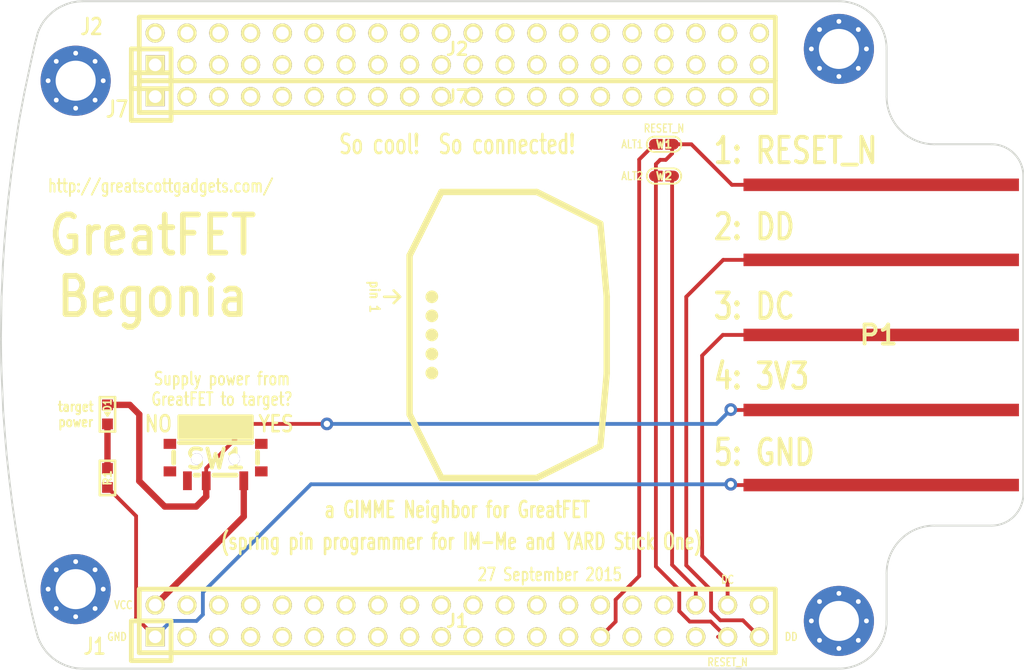
<source format=kicad_pcb>
(kicad_pcb (version 20221018) (generator pcbnew)
  (layers (0 "F.Cu" signal) (31 "B.Cu" signal) (34 "B.Paste" user) (35 "F.Paste" user) (36 "B.SilkS" user "B.Silkscreen") (37 "F.SilkS" user "F.Silkscreen") (38 "B.Mask" user) (39 "F.Mask" user) (44 "Edge.Cuts" user))
  (net 0 "")
  (net 1 "GND")
  (net 2 "VCC")
  (net 3 "Net-(D1-Pad1)")
  (net 4 "+3V3")
  (net 5 "/RESET_N")
  (net 6 "/DC")
  (net 7 "/DD")
  (net 8 "Net-(J1-Pad3)")
  (net 9 "Net-(J1-Pad4)")
  (net 10 "Net-(J1-Pad5)")
  (net 11 "Net-(J1-Pad6)")
  (net 12 "Net-(J1-Pad7)")
  (net 13 "Net-(J1-Pad8)")
  (net 14 "Net-(J1-Pad9)")
  (net 15 "Net-(J1-Pad10)")
  (net 16 "Net-(J1-Pad11)")
  (net 17 "Net-(J1-Pad12)")
  (net 18 "Net-(J1-Pad13)")
  (net 19 "Net-(J1-Pad14)")
  (net 20 "Net-(J1-Pad15)")
  (net 21 "Net-(J1-Pad16)")
  (net 22 "Net-(J1-Pad17)")
  (net 23 "Net-(J1-Pad18)")
  (net 24 "Net-(J1-Pad19)")
  (net 25 "Net-(J1-Pad20)")
  (net 26 "Net-(J1-Pad21)")
  (net 27 "Net-(J1-Pad22)")
  (net 28 "Net-(J1-Pad23)")
  (net 29 "Net-(J1-Pad24)")
  (net 30 "Net-(J1-Pad25)")
  (net 31 "Net-(J1-Pad26)")
  (net 32 "Net-(J1-Pad27)")
  (net 33 "Net-(J1-Pad28)")
  (net 34 "Net-(J1-Pad30)")
  (net 35 "Net-(J1-Pad31)")
  (net 36 "Net-(J1-Pad32)")
  (net 37 "Net-(J1-Pad33)")
  (net 38 "Net-(J1-Pad34)")
  (net 39 "Net-(J1-Pad35)")
  (net 40 "Net-(J1-Pad40)")
  (net 41 "Net-(J2-Pad1)")
  (net 42 "Net-(J2-Pad2)")
  (net 43 "Net-(J2-Pad3)")
  (net 44 "Net-(J2-Pad4)")
  (net 45 "Net-(J2-Pad5)")
  (net 46 "Net-(J2-Pad6)")
  (net 47 "Net-(J2-Pad7)")
  (net 48 "Net-(J2-Pad8)")
  (net 49 "Net-(J2-Pad9)")
  (net 50 "Net-(J2-Pad10)")
  (net 51 "Net-(J2-Pad11)")
  (net 52 "Net-(J2-Pad12)")
  (net 53 "Net-(J2-Pad13)")
  (net 54 "Net-(J2-Pad14)")
  (net 55 "Net-(J2-Pad15)")
  (net 56 "Net-(J2-Pad16)")
  (net 57 "Net-(J2-Pad17)")
  (net 58 "Net-(J2-Pad18)")
  (net 59 "Net-(J2-Pad19)")
  (net 60 "Net-(J2-Pad20)")
  (net 61 "Net-(J2-Pad21)")
  (net 62 "Net-(J2-Pad22)")
  (net 63 "Net-(J2-Pad23)")
  (net 64 "Net-(J2-Pad24)")
  (net 65 "Net-(J2-Pad25)")
  (net 66 "Net-(J2-Pad26)")
  (net 67 "Net-(J2-Pad27)")
  (net 68 "Net-(J2-Pad28)")
  (net 69 "Net-(J2-Pad29)")
  (net 70 "Net-(J2-Pad30)")
  (net 71 "Net-(J2-Pad31)")
  (net 72 "Net-(J2-Pad32)")
  (net 73 "Net-(J2-Pad33)")
  (net 74 "Net-(J2-Pad34)")
  (net 75 "Net-(J2-Pad35)")
  (net 76 "Net-(J2-Pad36)")
  (net 77 "Net-(J2-Pad37)")
  (net 78 "Net-(J2-Pad38)")
  (net 79 "Net-(J2-Pad39)")
  (net 80 "Net-(J2-Pad40)")
  (net 81 "Net-(J7-Pad1)")
  (net 82 "Net-(J7-Pad2)")
  (net 83 "Net-(J7-Pad3)")
  (net 84 "Net-(J7-Pad4)")
  (net 85 "Net-(J7-Pad5)")
  (net 86 "Net-(J7-Pad6)")
  (net 87 "Net-(J7-Pad7)")
  (net 88 "Net-(J7-Pad8)")
  (net 89 "Net-(J7-Pad9)")
  (net 90 "Net-(J7-Pad10)")
  (net 91 "Net-(J7-Pad11)")
  (net 92 "Net-(J7-Pad12)")
  (net 93 "Net-(J7-Pad13)")
  (net 94 "Net-(J7-Pad14)")
  (net 95 "Net-(J7-Pad15)")
  (net 96 "Net-(J7-Pad16)")
  (net 97 "Net-(J7-Pad17)")
  (net 98 "Net-(J7-Pad18)")
  (net 99 "Net-(J7-Pad19)")
  (net 100 "Net-(J7-Pad20)")
  (net 101 "Net-(MH1-Pad1)")
  (net 102 "Net-(MH2-Pad1)")
  (net 103 "Net-(MH3-Pad1)")
  (net 104 "Net-(MH4-Pad1)")
  (net 105 "/RESET_N_ALT1")
  (net 106 "/RESET_N_ALT2")
  (footprint "gsg-modules:HEADER-2x20" (layer "F.Cu") (at 146.05 118.11)
    (fp_text reference "J1" (at 0 0) (layer "F.SilkS") (effects (font (size 1.016 1.016) (thickness 0.2032))))
    (fp_text value "NEIGHBOR1" hide)
    (fp_line (start -26.035 0) (end -26.035 3.175) (stroke (width 0.381)) (layer "F.SilkS"))
    (fp_line (start -26.035 3.175) (end -22.86 3.175) (stroke (width 0.381)) (layer "F.SilkS"))
    (fp_line (start -25.4 -2.54) (end 25.4 -2.54) (stroke (width 0.381)) (layer "F.SilkS"))
    (fp_line (start -25.4 2.54) (end -25.4 -2.54) (stroke (width 0.381)) (layer "F.SilkS"))
    (fp_line (start -22.86 0) (end -26.035 0) (stroke (width 0.381)) (layer "F.SilkS"))
    (fp_line (start -22.86 3.175) (end -22.86 0) (stroke (width 0.381)) (layer "F.SilkS"))
    (fp_line (start 25.4 -2.54) (end 25.4 2.54) (stroke (width 0.381)) (layer "F.SilkS"))
    (fp_line (start 25.4 2.54) (end -25.4 2.54) (stroke (width 0.381)) (layer "F.SilkS"))
    (pad "1" thru_hole rect (at -24.13 1.27) (size 1.524 1.524) (drill 1.016) (layers "*.Cu" "*.Mask" "F.SilkS") (net 1 "GND"))
    (pad "2" thru_hole circle (at -24.13 -1.27) (size 1.524 1.524) (drill 1.016) (layers "*.Cu" "*.Mask" "F.SilkS") (net 2 "VCC"))
    (pad "3" thru_hole circle (at -21.59 1.27) (size 1.524 1.524) (drill 1.016) (layers "*.Cu" "*.Mask" "F.SilkS") (net 8 "Net-(J1-Pad3)"))
    (pad "4" thru_hole circle (at -21.59 -1.27) (size 1.524 1.524) (drill 1.016) (layers "*.Cu" "*.Mask" "F.SilkS") (net 9 "Net-(J1-Pad4)"))
    (pad "5" thru_hole circle (at -19.05 1.27) (size 1.524 1.524) (drill 1.016) (layers "*.Cu" "*.Mask" "F.SilkS") (net 10 "Net-(J1-Pad5)"))
    (pad "6" thru_hole circle (at -19.05 -1.27) (size 1.524 1.524) (drill 1.016) (layers "*.Cu" "*.Mask" "F.SilkS") (net 11 "Net-(J1-Pad6)"))
    (pad "7" thru_hole circle (at -16.51 1.27) (size 1.524 1.524) (drill 1.016) (layers "*.Cu" "*.Mask" "F.SilkS") (net 12 "Net-(J1-Pad7)"))
    (pad "8" thru_hole circle (at -16.51 -1.27) (size 1.524 1.524) (drill 1.016) (layers "*.Cu" "*.Mask" "F.SilkS") (net 13 "Net-(J1-Pad8)"))
    (pad "9" thru_hole circle (at -13.97 1.27) (size 1.524 1.524) (drill 1.016) (layers "*.Cu" "*.Mask" "F.SilkS") (net 14 "Net-(J1-Pad9)"))
    (pad "10" thru_hole circle (at -13.97 -1.27) (size 1.524 1.524) (drill 1.016) (layers "*.Cu" "*.Mask" "F.SilkS") (net 15 "Net-(J1-Pad10)"))
    (pad "11" thru_hole circle (at -11.43 1.27) (size 1.524 1.524) (drill 1.016) (layers "*.Cu" "*.Mask" "F.SilkS") (net 16 "Net-(J1-Pad11)"))
    (pad "12" thru_hole circle (at -11.43 -1.27) (size 1.524 1.524) (drill 1.016) (layers "*.Cu" "*.Mask" "F.SilkS") (net 17 "Net-(J1-Pad12)"))
    (pad "13" thru_hole circle (at -8.89 1.27) (size 1.524 1.524) (drill 1.016) (layers "*.Cu" "*.Mask" "F.SilkS") (net 18 "Net-(J1-Pad13)"))
    (pad "14" thru_hole circle (at -8.89 -1.27) (size 1.524 1.524) (drill 1.016) (layers "*.Cu" "*.Mask" "F.SilkS") (net 19 "Net-(J1-Pad14)"))
    (pad "15" thru_hole circle (at -6.35 1.27) (size 1.524 1.524) (drill 1.016) (layers "*.Cu" "*.Mask" "F.SilkS") (net 20 "Net-(J1-Pad15)"))
    (pad "16" thru_hole circle (at -6.35 -1.27) (size 1.524 1.524) (drill 1.016) (layers "*.Cu" "*.Mask" "F.SilkS") (net 21 "Net-(J1-Pad16)"))
    (pad "17" thru_hole circle (at -3.81 1.27) (size 1.524 1.524) (drill 1.016) (layers "*.Cu" "*.Mask" "F.SilkS") (net 22 "Net-(J1-Pad17)"))
    (pad "18" thru_hole circle (at -3.81 -1.27) (size 1.524 1.524) (drill 1.016) (layers "*.Cu" "*.Mask" "F.SilkS") (net 23 "Net-(J1-Pad18)"))
    (pad "19" thru_hole circle (at -1.27 1.27) (size 1.524 1.524) (drill 1.016) (layers "*.Cu" "*.Mask" "F.SilkS") (net 24 "Net-(J1-Pad19)"))
    (pad "20" thru_hole circle (at -1.27 -1.27) (size 1.524 1.524) (drill 1.016) (layers "*.Cu" "*.Mask" "F.SilkS") (net 25 "Net-(J1-Pad20)"))
    (pad "21" thru_hole circle (at 1.27 1.27) (size 1.524 1.524) (drill 1.016) (layers "*.Cu" "*.Mask" "F.SilkS") (net 26 "Net-(J1-Pad21)"))
    (pad "22" thru_hole circle (at 1.27 -1.27) (size 1.524 1.524) (drill 1.016) (layers "*.Cu" "*.Mask" "F.SilkS") (net 27 "Net-(J1-Pad22)"))
    (pad "23" thru_hole circle (at 3.81 1.27) (size 1.524 1.524) (drill 1.016) (layers "*.Cu" "*.Mask" "F.SilkS") (net 28 "Net-(J1-Pad23)"))
    (pad "24" thru_hole circle (at 3.81 -1.27) (size 1.524 1.524) (drill 1.016) (layers "*.Cu" "*.Mask" "F.SilkS") (net 29 "Net-(J1-Pad24)"))
    (pad "25" thru_hole circle (at 6.35 1.27) (size 1.524 1.524) (drill 1.016) (layers "*.Cu" "*.Mask" "F.SilkS") (net 30 "Net-(J1-Pad25)"))
    (pad "26" thru_hole circle (at 6.35 -1.27) (size 1.524 1.524) (drill 1.016) (layers "*.Cu" "*.Mask" "F.SilkS") (net 31 "Net-(J1-Pad26)"))
    (pad "27" thru_hole circle (at 8.89 1.27) (size 1.524 1.524) (drill 1.016) (layers "*.Cu" "*.Mask" "F.SilkS") (net 32 "Net-(J1-Pad27)"))
    (pad "28" thru_hole circle (at 8.89 -1.27) (size 1.524 1.524) (drill 1.016) (layers "*.Cu" "*.Mask" "F.SilkS") (net 33 "Net-(J1-Pad28)"))
    (pad "29" thru_hole circle (at 11.43 1.27) (size 1.524 1.524) (drill 1.016) (layers "*.Cu" "*.Mask" "F.SilkS") (net 105 "/RESET_N_ALT1"))
    (pad "30" thru_hole circle (at 11.43 -1.27) (size 1.524 1.524) (drill 1.016) (layers "*.Cu" "*.Mask" "F.SilkS") (net 34 "Net-(J1-Pad30)"))
    (pad "31" thru_hole circle (at 13.97 1.27) (size 1.524 1.524) (drill 1.016) (layers "*.Cu" "*.Mask" "F.SilkS") (net 35 "Net-(J1-Pad31)"))
    (pad "32" thru_hole circle (at 13.97 -1.27) (size 1.524 1.524) (drill 1.016) (layers "*.Cu" "*.Mask" "F.SilkS") (net 36 "Net-(J1-Pad32)"))
    (pad "33" thru_hole circle (at 16.51 1.27) (size 1.524 1.524) (drill 1.016) (layers "*.Cu" "*.Mask" "F.SilkS") (net 37 "Net-(J1-Pad33)"))
    (pad "34" thru_hole circle (at 16.51 -1.27) (size 1.524 1.524) (drill 1.016) (layers "*.Cu" "*.Mask" "F.SilkS") (net 38 "Net-(J1-Pad34)"))
    (pad "35" thru_hole circle (at 19.05 1.27) (size 1.524 1.524) (drill 1.016) (layers "*.Cu" "*.Mask" "F.SilkS") (net 39 "Net-(J1-Pad35)"))
    (pad "36" thru_hole circle (at 19.05 -1.27) (size 1.524 1.524) (drill 1.016) (layers "*.Cu" "*.Mask" "F.SilkS") (net 106 "/RESET_N_ALT2"))
    (pad "37" thru_hole circle (at 21.59 1.27) (size 1.524 1.524) (drill 1.016) (layers "*.Cu" "*.Mask" "F.SilkS") (net 5 "/RESET_N"))
    (pad "38" thru_hole circle (at 21.59 -1.27) (size 1.524 1.524) (drill 1.016) (layers "*.Cu" "*.Mask" "F.SilkS") (net 6 "/DC"))
    (pad "39" thru_hole circle (at 24.13 1.27) (size 1.524 1.524) (drill 1.016) (layers "*.Cu" "*.Mask" "F.SilkS") (net 7 "/DD"))
    (pad "40" thru_hole circle (at 24.13 -1.27) (size 1.524 1.524) (drill 1.016) (layers "*.Cu" "*.Mask" "F.SilkS") (net 40 "Net-(J1-Pad40)"))
  )
  (footprint "gsg-modules:HEADER-2x20" (layer "F.Cu") (at 146.05 72.39)
    (fp_text reference "J2" (at 0 0) (layer "F.SilkS") (effects (font (size 1.016 1.016) (thickness 0.2032))))
    (fp_text value "NEIGHBOR2" hide)
    (fp_line (start -26.035 0) (end -26.035 3.175) (stroke (width 0.381)) (layer "F.SilkS"))
    (fp_line (start -26.035 3.175) (end -22.86 3.175) (stroke (width 0.381)) (layer "F.SilkS"))
    (fp_line (start -25.4 -2.54) (end 25.4 -2.54) (stroke (width 0.381)) (layer "F.SilkS"))
    (fp_line (start -25.4 2.54) (end -25.4 -2.54) (stroke (width 0.381)) (layer "F.SilkS"))
    (fp_line (start -22.86 0) (end -26.035 0) (stroke (width 0.381)) (layer "F.SilkS"))
    (fp_line (start -22.86 3.175) (end -22.86 0) (stroke (width 0.381)) (layer "F.SilkS"))
    (fp_line (start 25.4 -2.54) (end 25.4 2.54) (stroke (width 0.381)) (layer "F.SilkS"))
    (fp_line (start 25.4 2.54) (end -25.4 2.54) (stroke (width 0.381)) (layer "F.SilkS"))
    (pad "1" thru_hole rect (at -24.13 1.27) (size 1.524 1.524) (drill 1.016) (layers "*.Cu" "*.Mask" "F.SilkS") (net 41 "Net-(J2-Pad1)"))
    (pad "2" thru_hole circle (at -24.13 -1.27) (size 1.524 1.524) (drill 1.016) (layers "*.Cu" "*.Mask" "F.SilkS") (net 42 "Net-(J2-Pad2)"))
    (pad "3" thru_hole circle (at -21.59 1.27) (size 1.524 1.524) (drill 1.016) (layers "*.Cu" "*.Mask" "F.SilkS") (net 43 "Net-(J2-Pad3)"))
    (pad "4" thru_hole circle (at -21.59 -1.27) (size 1.524 1.524) (drill 1.016) (layers "*.Cu" "*.Mask" "F.SilkS") (net 44 "Net-(J2-Pad4)"))
    (pad "5" thru_hole circle (at -19.05 1.27) (size 1.524 1.524) (drill 1.016) (layers "*.Cu" "*.Mask" "F.SilkS") (net 45 "Net-(J2-Pad5)"))
    (pad "6" thru_hole circle (at -19.05 -1.27) (size 1.524 1.524) (drill 1.016) (layers "*.Cu" "*.Mask" "F.SilkS") (net 46 "Net-(J2-Pad6)"))
    (pad "7" thru_hole circle (at -16.51 1.27) (size 1.524 1.524) (drill 1.016) (layers "*.Cu" "*.Mask" "F.SilkS") (net 47 "Net-(J2-Pad7)"))
    (pad "8" thru_hole circle (at -16.51 -1.27) (size 1.524 1.524) (drill 1.016) (layers "*.Cu" "*.Mask" "F.SilkS") (net 48 "Net-(J2-Pad8)"))
    (pad "9" thru_hole circle (at -13.97 1.27) (size 1.524 1.524) (drill 1.016) (layers "*.Cu" "*.Mask" "F.SilkS") (net 49 "Net-(J2-Pad9)"))
    (pad "10" thru_hole circle (at -13.97 -1.27) (size 1.524 1.524) (drill 1.016) (layers "*.Cu" "*.Mask" "F.SilkS") (net 50 "Net-(J2-Pad10)"))
    (pad "11" thru_hole circle (at -11.43 1.27) (size 1.524 1.524) (drill 1.016) (layers "*.Cu" "*.Mask" "F.SilkS") (net 51 "Net-(J2-Pad11)"))
    (pad "12" thru_hole circle (at -11.43 -1.27) (size 1.524 1.524) (drill 1.016) (layers "*.Cu" "*.Mask" "F.SilkS") (net 52 "Net-(J2-Pad12)"))
    (pad "13" thru_hole circle (at -8.89 1.27) (size 1.524 1.524) (drill 1.016) (layers "*.Cu" "*.Mask" "F.SilkS") (net 53 "Net-(J2-Pad13)"))
    (pad "14" thru_hole circle (at -8.89 -1.27) (size 1.524 1.524) (drill 1.016) (layers "*.Cu" "*.Mask" "F.SilkS") (net 54 "Net-(J2-Pad14)"))
    (pad "15" thru_hole circle (at -6.35 1.27) (size 1.524 1.524) (drill 1.016) (layers "*.Cu" "*.Mask" "F.SilkS") (net 55 "Net-(J2-Pad15)"))
    (pad "16" thru_hole circle (at -6.35 -1.27) (size 1.524 1.524) (drill 1.016) (layers "*.Cu" "*.Mask" "F.SilkS") (net 56 "Net-(J2-Pad16)"))
    (pad "17" thru_hole circle (at -3.81 1.27) (size 1.524 1.524) (drill 1.016) (layers "*.Cu" "*.Mask" "F.SilkS") (net 57 "Net-(J2-Pad17)"))
    (pad "18" thru_hole circle (at -3.81 -1.27) (size 1.524 1.524) (drill 1.016) (layers "*.Cu" "*.Mask" "F.SilkS") (net 58 "Net-(J2-Pad18)"))
    (pad "19" thru_hole circle (at -1.27 1.27) (size 1.524 1.524) (drill 1.016) (layers "*.Cu" "*.Mask" "F.SilkS") (net 59 "Net-(J2-Pad19)"))
    (pad "20" thru_hole circle (at -1.27 -1.27) (size 1.524 1.524) (drill 1.016) (layers "*.Cu" "*.Mask" "F.SilkS") (net 60 "Net-(J2-Pad20)"))
    (pad "21" thru_hole circle (at 1.27 1.27) (size 1.524 1.524) (drill 1.016) (layers "*.Cu" "*.Mask" "F.SilkS") (net 61 "Net-(J2-Pad21)"))
    (pad "22" thru_hole circle (at 1.27 -1.27) (size 1.524 1.524) (drill 1.016) (layers "*.Cu" "*.Mask" "F.SilkS") (net 62 "Net-(J2-Pad22)"))
    (pad "23" thru_hole circle (at 3.81 1.27) (size 1.524 1.524) (drill 1.016) (layers "*.Cu" "*.Mask" "F.SilkS") (net 63 "Net-(J2-Pad23)"))
    (pad "24" thru_hole circle (at 3.81 -1.27) (size 1.524 1.524) (drill 1.016) (layers "*.Cu" "*.Mask" "F.SilkS") (net 64 "Net-(J2-Pad24)"))
    (pad "25" thru_hole circle (at 6.35 1.27) (size 1.524 1.524) (drill 1.016) (layers "*.Cu" "*.Mask" "F.SilkS") (net 65 "Net-(J2-Pad25)"))
    (pad "26" thru_hole circle (at 6.35 -1.27) (size 1.524 1.524) (drill 1.016) (layers "*.Cu" "*.Mask" "F.SilkS") (net 66 "Net-(J2-Pad26)"))
    (pad "27" thru_hole circle (at 8.89 1.27) (size 1.524 1.524) (drill 1.016) (layers "*.Cu" "*.Mask" "F.SilkS") (net 67 "Net-(J2-Pad27)"))
    (pad "28" thru_hole circle (at 8.89 -1.27) (size 1.524 1.524) (drill 1.016) (layers "*.Cu" "*.Mask" "F.SilkS") (net 68 "Net-(J2-Pad28)"))
    (pad "29" thru_hole circle (at 11.43 1.27) (size 1.524 1.524) (drill 1.016) (layers "*.Cu" "*.Mask" "F.SilkS") (net 69 "Net-(J2-Pad29)"))
    (pad "30" thru_hole circle (at 11.43 -1.27) (size 1.524 1.524) (drill 1.016) (layers "*.Cu" "*.Mask" "F.SilkS") (net 70 "Net-(J2-Pad30)"))
    (pad "31" thru_hole circle (at 13.97 1.27) (size 1.524 1.524) (drill 1.016) (layers "*.Cu" "*.Mask" "F.SilkS") (net 71 "Net-(J2-Pad31)"))
    (pad "32" thru_hole circle (at 13.97 -1.27) (size 1.524 1.524) (drill 1.016) (layers "*.Cu" "*.Mask" "F.SilkS") (net 72 "Net-(J2-Pad32)"))
    (pad "33" thru_hole circle (at 16.51 1.27) (size 1.524 1.524) (drill 1.016) (layers "*.Cu" "*.Mask" "F.SilkS") (net 73 "Net-(J2-Pad33)"))
    (pad "34" thru_hole circle (at 16.51 -1.27) (size 1.524 1.524) (drill 1.016) (layers "*.Cu" "*.Mask" "F.SilkS") (net 74 "Net-(J2-Pad34)"))
    (pad "35" thru_hole circle (at 19.05 1.27) (size 1.524 1.524) (drill 1.016) (layers "*.Cu" "*.Mask" "F.SilkS") (net 75 "Net-(J2-Pad35)"))
    (pad "36" thru_hole circle (at 19.05 -1.27) (size 1.524 1.524) (drill 1.016) (layers "*.Cu" "*.Mask" "F.SilkS") (net 76 "Net-(J2-Pad36)"))
    (pad "37" thru_hole circle (at 21.59 1.27) (size 1.524 1.524) (drill 1.016) (layers "*.Cu" "*.Mask" "F.SilkS") (net 77 "Net-(J2-Pad37)"))
    (pad "38" thru_hole circle (at 21.59 -1.27) (size 1.524 1.524) (drill 1.016) (layers "*.Cu" "*.Mask" "F.SilkS") (net 78 "Net-(J2-Pad38)"))
    (pad "39" thru_hole circle (at 24.13 1.27) (size 1.524 1.524) (drill 1.016) (layers "*.Cu" "*.Mask" "F.SilkS") (net 79 "Net-(J2-Pad39)"))
    (pad "40" thru_hole circle (at 24.13 -1.27) (size 1.524 1.524) (drill 1.016) (layers "*.Cu" "*.Mask" "F.SilkS") (net 80 "Net-(J2-Pad40)"))
  )
  (footprint "gsg-modules:HEADER-1x20" (layer "F.Cu") (at 146.05 76.2)
    (fp_text reference "J7" (at 0 0) (layer "F.SilkS") (effects (font (size 1.016 1.016) (thickness 0.2032))))
    (fp_text value "BONUS_ROW" hide)
    (fp_line (start -26.035 -1.905) (end -26.035 1.905) (stroke (width 0.381)) (layer "F.SilkS"))
    (fp_line (start -26.035 1.905) (end -22.86 1.905) (stroke (width 0.381)) (layer "F.SilkS"))
    (fp_line (start -25.4 -1.27) (end -25.4 1.27) (stroke (width 0.381)) (layer "F.SilkS"))
    (fp_line (start -25.4 1.27) (end 25.4 1.27) (stroke (width 0.381)) (layer "F.SilkS"))
    (fp_line (start -22.86 -1.905) (end -26.035 -1.905) (stroke (width 0.381)) (layer "F.SilkS"))
    (fp_line (start -22.86 1.905) (end -22.86 -1.905) (stroke (width 0.381)) (layer "F.SilkS"))
    (fp_line (start 25.4 -1.27) (end -25.4 -1.27) (stroke (width 0.381)) (layer "F.SilkS"))
    (fp_line (start 25.4 1.27) (end 25.4 -1.27) (stroke (width 0.381)) (layer "F.SilkS"))
    (pad "1" thru_hole rect (at -24.13 0) (size 1.524 1.524) (drill 1.016) (layers "*.Cu" "*.Mask" "F.SilkS") (net 81 "Net-(J7-Pad1)"))
    (pad "2" thru_hole circle (at -21.59 0) (size 1.524 1.524) (drill 1.016) (layers "*.Cu" "*.Mask" "F.SilkS") (net 82 "Net-(J7-Pad2)"))
    (pad "3" thru_hole circle (at -19.05 0) (size 1.524 1.524) (drill 1.016) (layers "*.Cu" "*.Mask" "F.SilkS") (net 83 "Net-(J7-Pad3)"))
    (pad "4" thru_hole circle (at -16.51 0) (size 1.524 1.524) (drill 1.016) (layers "*.Cu" "*.Mask" "F.SilkS") (net 84 "Net-(J7-Pad4)"))
    (pad "5" thru_hole circle (at -13.97 0) (size 1.524 1.524) (drill 1.016) (layers "*.Cu" "*.Mask" "F.SilkS") (net 85 "Net-(J7-Pad5)"))
    (pad "6" thru_hole circle (at -11.43 0) (size 1.524 1.524) (drill 1.016) (layers "*.Cu" "*.Mask" "F.SilkS") (net 86 "Net-(J7-Pad6)"))
    (pad "7" thru_hole circle (at -8.89 0) (size 1.524 1.524) (drill 1.016) (layers "*.Cu" "*.Mask" "F.SilkS") (net 87 "Net-(J7-Pad7)"))
    (pad "8" thru_hole circle (at -6.35 0) (size 1.524 1.524) (drill 1.016) (layers "*.Cu" "*.Mask" "F.SilkS") (net 88 "Net-(J7-Pad8)"))
    (pad "9" thru_hole circle (at -3.81 0) (size 1.524 1.524) (drill 1.016) (layers "*.Cu" "*.Mask" "F.SilkS") (net 89 "Net-(J7-Pad9)"))
    (pad "10" thru_hole circle (at -1.27 0) (size 1.524 1.524) (drill 1.016) (layers "*.Cu" "*.Mask" "F.SilkS") (net 90 "Net-(J7-Pad10)"))
    (pad "11" thru_hole circle (at 1.27 0) (size 1.524 1.524) (drill 1.016) (layers "*.Cu" "*.Mask" "F.SilkS") (net 91 "Net-(J7-Pad11)"))
    (pad "12" thru_hole circle (at 3.81 0) (size 1.524 1.524) (drill 1.016) (layers "*.Cu" "*.Mask" "F.SilkS") (net 92 "Net-(J7-Pad12)"))
    (pad "13" thru_hole circle (at 6.35 0) (size 1.524 1.524) (drill 1.016) (layers "*.Cu" "*.Mask" "F.SilkS") (net 93 "Net-(J7-Pad13)"))
    (pad "14" thru_hole circle (at 8.89 0) (size 1.524 1.524) (drill 1.016) (layers "*.Cu" "*.Mask" "F.SilkS") (net 94 "Net-(J7-Pad14)"))
    (pad "15" thru_hole circle (at 11.43 0) (size 1.524 1.524) (drill 1.016) (layers "*.Cu" "*.Mask" "F.SilkS") (net 95 "Net-(J7-Pad15)"))
    (pad "16" thru_hole circle (at 13.97 0) (size 1.524 1.524) (drill 1.016) (layers "*.Cu" "*.Mask" "F.SilkS") (net 96 "Net-(J7-Pad16)"))
    (pad "17" thru_hole circle (at 16.51 0) (size 1.524 1.524) (drill 1.016) (layers "*.Cu" "*.Mask" "F.SilkS") (net 97 "Net-(J7-Pad17)"))
    (pad "18" thru_hole circle (at 19.05 0) (size 1.524 1.524) (drill 1.016) (layers "*.Cu" "*.Mask" "F.SilkS") (net 98 "Net-(J7-Pad18)"))
    (pad "19" thru_hole circle (at 21.59 0) (size 1.524 1.524) (drill 1.016) (layers "*.Cu" "*.Mask" "F.SilkS") (net 99 "Net-(J7-Pad19)"))
    (pad "20" thru_hole circle (at 24.13 0) (size 1.524 1.524) (drill 1.016) (layers "*.Cu" "*.Mask" "F.SilkS") (net 100 "Net-(J7-Pad20)"))
  )
  (footprint "gsg-modules:HOLE126MIL-COPPER" (layer "F.Cu") (at 115.57 74.93)
    (fp_text reference "MH1" hide)
    (fp_text value "MOUNTING_HOLE" hide)
    (pad "1" thru_hole circle (at -2.2 0) (size 0.6 0.6) (drill 0.381) (layers "*.Cu" "*.Mask") (net 101 "Net-(MH1-Pad1)"))
    (pad "1" thru_hole circle (at -1.55 -1.55) (size 0.6 0.6) (drill 0.381) (layers "*.Cu" "*.Mask") (net 101 "Net-(MH1-Pad1)"))
    (pad "1" thru_hole circle (at -1.55 1.55) (size 0.6 0.6) (drill 0.381) (layers "*.Cu" "*.Mask") (net 101 "Net-(MH1-Pad1)"))
    (pad "1" thru_hole circle (at 0 -2.2) (size 0.6 0.6) (drill 0.381) (layers "*.Cu" "*.Mask") (net 101 "Net-(MH1-Pad1)"))
    (pad "1" thru_hole circle (at 0 0) (size 5.6 5.6) (drill 3.2004) (layers "*.Cu" "*.Mask") (net 101 "Net-(MH1-Pad1)"))
    (pad "1" thru_hole circle (at 0 2.2) (size 0.6 0.6) (drill 0.381) (layers "*.Cu" "*.Mask") (net 101 "Net-(MH1-Pad1)"))
    (pad "1" thru_hole circle (at 1.55 -1.55) (size 0.6 0.6) (drill 0.381) (layers "*.Cu" "*.Mask") (net 101 "Net-(MH1-Pad1)"))
    (pad "1" thru_hole circle (at 1.55 1.55) (size 0.6 0.6) (drill 0.381) (layers "*.Cu" "*.Mask") (net 101 "Net-(MH1-Pad1)"))
    (pad "1" thru_hole circle (at 2.2 0) (size 0.6 0.6) (drill 0.381) (layers "*.Cu" "*.Mask") (net 101 "Net-(MH1-Pad1)"))
  )
  (footprint "gsg-modules:HOLE126MIL-COPPER" (layer "F.Cu") (at 115.57 115.57)
    (fp_text reference "MH2" hide)
    (fp_text value "MOUNTING_HOLE" hide)
    (pad "1" thru_hole circle (at -2.2 0) (size 0.6 0.6) (drill 0.381) (layers "*.Cu" "*.Mask") (net 102 "Net-(MH2-Pad1)"))
    (pad "1" thru_hole circle (at -1.55 -1.55) (size 0.6 0.6) (drill 0.381) (layers "*.Cu" "*.Mask") (net 102 "Net-(MH2-Pad1)"))
    (pad "1" thru_hole circle (at -1.55 1.55) (size 0.6 0.6) (drill 0.381) (layers "*.Cu" "*.Mask") (net 102 "Net-(MH2-Pad1)"))
    (pad "1" thru_hole circle (at 0 -2.2) (size 0.6 0.6) (drill 0.381) (layers "*.Cu" "*.Mask") (net 102 "Net-(MH2-Pad1)"))
    (pad "1" thru_hole circle (at 0 0) (size 5.6 5.6) (drill 3.2004) (layers "*.Cu" "*.Mask") (net 102 "Net-(MH2-Pad1)"))
    (pad "1" thru_hole circle (at 0 2.2) (size 0.6 0.6) (drill 0.381) (layers "*.Cu" "*.Mask") (net 102 "Net-(MH2-Pad1)"))
    (pad "1" thru_hole circle (at 1.55 -1.55) (size 0.6 0.6) (drill 0.381) (layers "*.Cu" "*.Mask") (net 102 "Net-(MH2-Pad1)"))
    (pad "1" thru_hole circle (at 1.55 1.55) (size 0.6 0.6) (drill 0.381) (layers "*.Cu" "*.Mask") (net 102 "Net-(MH2-Pad1)"))
    (pad "1" thru_hole circle (at 2.2 0) (size 0.6 0.6) (drill 0.381) (layers "*.Cu" "*.Mask") (net 102 "Net-(MH2-Pad1)"))
  )
  (footprint "gsg-modules:HOLE126MIL-COPPER" (layer "F.Cu") (at 176.53 118.11)
    (fp_text reference "MH3" hide)
    (fp_text value "MOUNTING_HOLE" hide)
    (pad "1" thru_hole circle (at -2.2 0) (size 0.6 0.6) (drill 0.381) (layers "*.Cu" "*.Mask") (net 103 "Net-(MH3-Pad1)"))
    (pad "1" thru_hole circle (at -1.55 -1.55) (size 0.6 0.6) (drill 0.381) (layers "*.Cu" "*.Mask") (net 103 "Net-(MH3-Pad1)"))
    (pad "1" thru_hole circle (at -1.55 1.55) (size 0.6 0.6) (drill 0.381) (layers "*.Cu" "*.Mask") (net 103 "Net-(MH3-Pad1)"))
    (pad "1" thru_hole circle (at 0 -2.2) (size 0.6 0.6) (drill 0.381) (layers "*.Cu" "*.Mask") (net 103 "Net-(MH3-Pad1)"))
    (pad "1" thru_hole circle (at 0 0) (size 5.6 5.6) (drill 3.2004) (layers "*.Cu" "*.Mask") (net 103 "Net-(MH3-Pad1)"))
    (pad "1" thru_hole circle (at 0 2.2) (size 0.6 0.6) (drill 0.381) (layers "*.Cu" "*.Mask") (net 103 "Net-(MH3-Pad1)"))
    (pad "1" thru_hole circle (at 1.55 -1.55) (size 0.6 0.6) (drill 0.381) (layers "*.Cu" "*.Mask") (net 103 "Net-(MH3-Pad1)"))
    (pad "1" thru_hole circle (at 1.55 1.55) (size 0.6 0.6) (drill 0.381) (layers "*.Cu" "*.Mask") (net 103 "Net-(MH3-Pad1)"))
    (pad "1" thru_hole circle (at 2.2 0) (size 0.6 0.6) (drill 0.381) (layers "*.Cu" "*.Mask") (net 103 "Net-(MH3-Pad1)"))
  )
  (footprint "gsg-modules:HOLE126MIL-COPPER" (layer "F.Cu") (at 176.53 72.39)
    (fp_text reference "MH4" hide)
    (fp_text value "MOUNTING_HOLE" hide)
    (pad "1" thru_hole circle (at -2.2 0) (size 0.6 0.6) (drill 0.381) (layers "*.Cu" "*.Mask") (net 104 "Net-(MH4-Pad1)"))
    (pad "1" thru_hole circle (at -1.55 -1.55) (size 0.6 0.6) (drill 0.381) (layers "*.Cu" "*.Mask") (net 104 "Net-(MH4-Pad1)"))
    (pad "1" thru_hole circle (at -1.55 1.55) (size 0.6 0.6) (drill 0.381) (layers "*.Cu" "*.Mask") (net 104 "Net-(MH4-Pad1)"))
    (pad "1" thru_hole circle (at 0 -2.2) (size 0.6 0.6) (drill 0.381) (layers "*.Cu" "*.Mask") (net 104 "Net-(MH4-Pad1)"))
    (pad "1" thru_hole circle (at 0 0) (size 5.6 5.6) (drill 3.2004) (layers "*.Cu" "*.Mask") (net 104 "Net-(MH4-Pad1)"))
    (pad "1" thru_hole circle (at 0 2.2) (size 0.6 0.6) (drill 0.381) (layers "*.Cu" "*.Mask") (net 104 "Net-(MH4-Pad1)"))
    (pad "1" thru_hole circle (at 1.55 -1.55) (size 0.6 0.6) (drill 0.381) (layers "*.Cu" "*.Mask") (net 104 "Net-(MH4-Pad1)"))
    (pad "1" thru_hole circle (at 1.55 1.55) (size 0.6 0.6) (drill 0.381) (layers "*.Cu" "*.Mask") (net 104 "Net-(MH4-Pad1)"))
    (pad "1" thru_hole circle (at 2.2 0) (size 0.6 0.6) (drill 0.381) (layers "*.Cu" "*.Mask") (net 104 "Net-(MH4-Pad1)"))
  )
  (footprint "gsg-modules:0603D" (layer "F.Cu") (at 118.11 101.6 90)
    (fp_text reference "D1" (at 0.7112 0 90) (layer "F.SilkS") (effects (font (size 0.6096 0.508) (thickness 0.127))))
    (fp_text value "LED" hide)
    (fp_line (start -1.3716 -0.6096) (end -1.3716 0.6096) (stroke (width 0.2032)) (layer "F.SilkS"))
    (fp_line (start -1.3716 0.6096) (end 1.3716 0.6096) (stroke (width 0.2032)) (layer "F.SilkS"))
    (fp_line (start -0.15 0) (end 0.15 -0.2) (stroke (width 0.127)) (layer "F.SilkS"))
    (fp_line (start 0 0) (end 0.07 0) (stroke (width 0.2032)) (layer "F.SilkS"))
    (fp_line (start 0.15 -0.2) (end 0.15 0.2) (stroke (width 0.127)) (layer "F.SilkS"))
    (fp_line (start 0.15 0.2) (end -0.15 0) (stroke (width 0.127)) (layer "F.SilkS"))
    (fp_line (start 1.3716 -0.6096) (end -1.3716 -0.6096) (stroke (width 0.2032)) (layer "F.SilkS"))
    (fp_line (start 1.3716 0.6096) (end 1.3716 -0.6096) (stroke (width 0.2032)) (layer "F.SilkS"))
    (pad "1" smd rect (at -0.762 0 90) (size 0.8636 0.8636) (layers "F.Cu" "F.Paste" "F.Mask") (net 3 "Net-(D1-Pad1)") (clearance 0.1778))
    (pad "2" smd rect (at 0.762 0 90) (size 0.8636 0.8636) (layers "F.Cu" "F.Paste" "F.Mask") (net 4 "+3V3") (clearance 0.1778))
  )
  (footprint "gsg-modules:0603" (layer "F.Cu") (at 118.11 106.68 -90)
    (fp_text reference "R1" (at 0 0 270) (layer "F.SilkS") (effects (font (size 0.6096 0.6096) (thickness 0.1524))))
    (fp_text value "330" hide)
    (fp_line (start -1.3716 -0.6096) (end -1.3716 0.6096) (stroke (width 0.2032)) (layer "F.SilkS"))
    (fp_line (start -1.3716 0.6096) (end 1.3716 0.6096) (stroke (width 0.2032)) (layer "F.SilkS"))
    (fp_line (start 1.3716 -0.6096) (end -1.3716 -0.6096) (stroke (width 0.2032)) (layer "F.SilkS"))
    (fp_line (start 1.3716 0.6096) (end 1.3716 -0.6096) (stroke (width 0.2032)) (layer "F.SilkS"))
    (pad "1" smd rect (at -0.762 0 270) (size 0.8636 0.8636) (layers "F.Cu" "F.Paste" "F.Mask") (net 3 "Net-(D1-Pad1)") (clearance 0.1778))
    (pad "2" smd rect (at 0.762 0 270) (size 0.8636 0.8636) (layers "F.Cu" "F.Paste" "F.Mask") (net 1 "GND") (clearance 0.1778))
  )
  (footprint "gsg-modules:POGOPIN-5-IMME" (layer "F.Cu") (at 168.91 95.25)
    (fp_text reference "P1" (at 10.795 0) (layer "F.SilkS") (effects (font (size 1.524 1.524) (thickness 0.3048))))
    (fp_text value "POGOPINS" hide)
    (pad "1" smd rect (at 11 -12) (size 22 1) (layers "F.Cu" "F.Mask") (net 5 "/RESET_N"))
    (pad "2" smd rect (at 11 -6) (size 22 1) (layers "F.Cu" "F.Mask") (net 7 "/DD"))
    (pad "3" smd rect (at 11 0) (size 22 1) (layers "F.Cu" "F.Mask") (net 6 "/DC"))
    (pad "4" smd rect (at 11 6) (size 22 1) (layers "F.Cu" "F.Mask") (net 4 "+3V3"))
    (pad "5" smd rect (at 11 12) (size 22 1) (layers "F.Cu" "F.Mask") (net 1 "GND"))
  )
  (footprint "gsg-modules:SSSS810701" (layer "F.Cu") (at 126.746 105.156 180)
    (fp_text reference "SW1" (at 0 0 180) (layer "F.SilkS") (effects (font (size 1.524 1.524) (thickness 0.3048))))
    (fp_text value "SPST" hide)
    (fp_line (start -3.35026 -0.35052) (end -3.35026 0.55118) (stroke (width 0.381)) (layer "F.SilkS"))
    (fp_line (start -2.90068 1.30048) (end 2.90068 1.30048) (stroke (width 0.381)) (layer "F.SilkS"))
    (fp_line (start -1.651 -1.30048) (end 0.14986 -1.30048) (stroke (width 0.381)) (layer "F.SilkS"))
    (fp_line (start 1.34874 -1.30048) (end 1.651 -1.30048) (stroke (width 0.381)) (layer "F.SilkS"))
    (fp_line (start 3.35026 -0.35052) (end 3.35026 0.55118) (stroke (width 0.381)) (layer "F.SilkS"))
    (pad "" thru_hole circle (at -1.50114 0 180) (size 0.9017 0.9017) (drill 0.9017) (layers "*.Cu" "*.Mask") (clearance -0.01016))
    (pad "" thru_hole circle (at 1.50114 0 180) (size 0.9017 0.9017) (drill 0.9017) (layers "*.Cu" "*.Mask") (clearance -0.01016))
    (pad "0" smd rect (at -3.64998 -1.00076 180) (size 1.00076 0.8001) (layers "F.Cu" "F.Paste" "F.Mask"))
    (pad "0" smd rect (at -3.64998 1.19888 180) (size 1.00076 0.8001) (layers "F.Cu" "F.Paste" "F.Mask"))
    (pad "0" smd rect (at 3.64998 -1.00076 180) (size 1.00076 0.8001) (layers "F.Cu" "F.Paste" "F.Mask"))
    (pad "0" smd rect (at 3.64998 1.19888 180) (size 1.00076 0.8001) (layers "F.Cu" "F.Paste" "F.Mask"))
    (pad "1" smd rect (at -2.25044 -1.75006 180) (size 0.70104 1.50114) (layers "F.Cu" "F.Paste" "F.Mask") (net 2 "VCC"))
    (pad "2" smd rect (at 0.7493 -1.75006 180) (size 0.70104 1.50114) (layers "F.Cu" "F.Paste" "F.Mask") (net 4 "+3V3"))
    (pad "3" smd rect (at 2.25044 -1.75006 180) (size 0.70104 1.50114) (layers "F.Cu" "F.Paste" "F.Mask"))
  )
  (footprint "gsg-modules:0603-JUMPER" (layer "F.Cu") (at 162.56 80.01)
    (fp_text reference "W1" (at 0 0) (layer "F.SilkS") (effects (font (size 0.6096 0.6096) (thickness 0.1524))))
    (fp_text value "TEST" hide)
    (fp_line (start -0.762 0.6096) (end 0.762 0.6096) (stroke (width 0.15)) (layer "F.SilkS"))
    (fp_line (start 0.762 -0.6096) (end -0.762 -0.6096) (stroke (width 0.15)) (layer "F.SilkS"))
    (fp_arc (start -0.762 0.6096) (mid -1.3716 0) (end -0.762 -0.6096) (stroke (width 0.15)) (layer "F.SilkS"))
    (fp_arc (start 0.762 -0.6096) (mid 1.3716 0) (end 0.762 0.6096) (stroke (width 0.15)) (layer "F.SilkS"))
    (pad "1" smd oval (at -0.6477 0) (size 1.0922 0.8636) (layers "F.Cu" "F.Mask") (net 105 "/RESET_N_ALT1") (clearance 0.1778))
    (pad "1" smd rect (at -0.3556 0) (size 0.508 0.8636) (layers "F.Cu" "F.Mask") (net 105 "/RESET_N_ALT1") (clearance 0.1778))
    (pad "2" smd rect (at 0.3556 0) (size 0.508 0.8636) (layers "F.Cu" "F.Mask") (net 5 "/RESET_N") (clearance 0.1778))
    (pad "2" smd oval (at 0.6477 0) (size 1.0922 0.8636) (layers "F.Cu" "F.Mask") (net 5 "/RESET_N"))
  )
  (footprint "gsg-modules:0603-JUMPER" (layer "F.Cu") (at 162.56 82.55 180)
    (fp_text reference "W2" (at 0 0 180) (layer "F.SilkS") (effects (font (size 0.6096 0.6096) (thickness 0.1524))))
    (fp_text value "TEST" hide)
    (fp_line (start -0.762 0.6096) (end 0.762 0.6096) (stroke (width 0.15)) (layer "F.SilkS"))
    (fp_line (start 0.762 -0.6096) (end -0.762 -0.6096) (stroke (width 0.15)) (layer "F.SilkS"))
    (fp_arc (start -0.762 0.6096) (mid -1.3716 0) (end -0.762 -0.6096) (stroke (width 0.15)) (layer "F.SilkS"))
    (fp_arc (start 0.762 -0.6096) (mid 1.3716 0) (end 0.762 0.6096) (stroke (width 0.15)) (layer "F.SilkS"))
    (pad "1" smd oval (at -0.6477 0 180) (size 1.0922 0.8636) (layers "F.Cu" "F.Mask") (net 106 "/RESET_N_ALT2") (clearance 0.1778))
    (pad "1" smd rect (at -0.3556 0 180) (size 0.508 0.8636) (layers "F.Cu" "F.Mask") (net 106 "/RESET_N_ALT2") (clearance 0.1778))
    (pad "2" smd rect (at 0.3556 0 180) (size 0.508 0.8636) (layers "F.Cu" "F.Mask") (net 5 "/RESET_N") (clearance 0.1778))
    (pad "2" smd oval (at 0.6477 0 180) (size 1.0922 0.8636) (layers "F.Cu" "F.Mask") (net 5 "/RESET_N"))
  )
  (gr_line (start 152.4 83.82) (end 157.48 86.36) (stroke (width 0.508)) (layer "F.SilkS"))
  (gr_circle (center 144.018 96.774) (end 144.272 96.774) (stroke (width 0.508)) (fill none) (layer "F.SilkS"))
  (gr_line (start 157.988 92.202) (end 157.48 86.36) (stroke (width 0.508)) (layer "F.SilkS"))
  (gr_line (start 144.78 106.68) (end 152.4 106.68) (stroke (width 0.508)) (layer "F.SilkS"))
  (gr_line (start 144.78 83.82) (end 142.24 88.9) (stroke (width 0.508)) (layer "F.SilkS"))
  (gr_circle (center 144.018 93.726) (end 144.272 93.726) (stroke (width 0.508)) (fill none) (layer "F.SilkS"))
  (gr_circle (center 144.018 98.298) (end 144.272 98.298) (stroke (width 0.508)) (fill none) (layer "F.SilkS"))
  (gr_line (start 142.24 101.6) (end 144.78 106.68) (stroke (width 0.508)) (layer "F.SilkS"))
  (gr_line (start 141.478 92.202) (end 140.208 92.202) (stroke (width 0.2032)) (layer "F.SilkS"))
  (gr_line (start 157.988 98.298) (end 157.988 92.202) (stroke (width 0.508)) (layer "F.SilkS"))
  (gr_line (start 141.478 92.202) (end 140.97 91.694) (stroke (width 0.2032)) (layer "F.SilkS"))
  (gr_circle (center 144.018 95.25) (end 144.272 95.25) (stroke (width 0.508)) (fill none) (layer "F.SilkS"))
  (gr_line (start 142.24 88.9) (end 142.24 101.6) (stroke (width 0.508)) (layer "F.SilkS"))
  (gr_line (start 144.78 83.82) (end 152.4 83.82) (stroke (width 0.508)) (layer "F.SilkS"))
  (gr_circle (center 144.018 92.202) (end 144.272 92.202) (stroke (width 0.508)) (fill none) (layer "F.SilkS"))
  (gr_line (start 141.478 92.202) (end 140.97 92.71) (stroke (width 0.2032)) (layer "F.SilkS"))
  (gr_line (start 152.4 106.68) (end 157.48 104.14) (stroke (width 0.508)) (layer "F.SilkS"))
  (gr_line (start 157.48 104.14) (end 157.988 98.298) (stroke (width 0.508)) (layer "F.SilkS"))
  (gr_line (start 109.6772 98.933) (end 109.728 99.9998) (stroke (width 0.15)) (layer "Edge.Cuts"))
  (gr_line (start 112.649 70.8406) (end 112.5474 71.0946) (stroke (width 0.15)) (layer "Edge.Cuts"))
  (gr_line (start 112.4458 119.0244) (end 112.3442 118.6434) (stroke (width 0.15)) (layer "Edge.Cuts"))
  (gr_line (start 113.3856 69.7484) (end 113.1824 69.977) (stroke (width 0.15)) (layer "Edge.Cuts"))
  (gr_line (start 110.2614 106.7308) (end 110.0582 104.8512) (stroke (width 0.15)) (layer "Edge.Cuts"))
  (gr_line (start 113.1824 69.977) (end 113.0046 70.2056) (stroke (width 0.15)) (layer "Edge.Cuts"))
  (gr_line (start 110.7948 110.744) (end 110.5154 108.8136) (stroke (width 0.15)) (layer "Edge.Cuts"))
  (gr_line (start 114.0968 121.3358) (end 113.7412 121.0818) (stroke (width 0.15)) (layer "Edge.Cuts"))
  (gr_line (start 112.6998 119.761) (end 112.5474 119.4054) (stroke (width 0.15)) (layer "Edge.Cuts"))
  (gr_line (start 112.0902 117.602) (end 111.5314 114.9858) (stroke (width 0.15)) (layer "Edge.Cuts"))
  (gr_line (start 116.1288 68.58) (end 176.53 68.58) (stroke (width 0.15)) (layer "Edge.Cuts"))
  (gr_line (start 116.1288 68.58) (end 115.697 68.6054) (stroke (width 0.15)) (layer "Edge.Cuts"))
  (gr_line (start 113.2586 120.6246) (end 113.03 120.3198) (stroke (width 0.15)) (layer "Edge.Cuts"))
  (gr_line (start 112.395 71.6788) (end 112.3188 71.9582) (stroke (width 0.15)) (layer "Edge.Cuts"))
  (gr_line (start 111.1504 112.9284) (end 110.7948 110.744) (stroke (width 0.15)) (layer "Edge.Cuts"))
  (gr_line (start 109.6264 97.4852) (end 109.6772 98.933) (stroke (width 0.15)) (layer "Edge.Cuts"))
  (gr_line (start 109.7788 101.2952) (end 109.728 99.9998) (stroke (width 0.15)) (layer "Edge.Cuts"))
  (gr_line (start 109.6264 93.726) (end 109.601 95.5802) (stroke (width 0.15)) (layer "Edge.Cuts"))
  (gr_line (start 110.2106 84.201) (end 110.0074 86.2584) (stroke (width 0.15)) (layer "Edge.Cuts"))
  (gr_arc (start 176.53 68.58) (mid 179.224077 69.695923) (end 180.34 72.39) (stroke (width 0.15)) (layer "Edge.Cuts"))
  (gr_arc (start 191.262 107.95) (mid 190.518051 109.746051) (end 188.722 110.49) (stroke (width 0.15)) (layer "Edge.Cuts"))
  (gr_line (start 188.722 110.49) (end 184.15 110.49) (stroke (width 0.15)) (layer "Edge.Cuts"))
  (gr_line (start 112.5474 119.4054) (end 112.4458 119.0244) (stroke (width 0.15)) (layer "Edge.Cuts"))
  (gr_line (start 112.4712 71.374) (end 112.395 71.6788) (stroke (width 0.15)) (layer "Edge.Cuts"))
  (gr_line (start 112.3442 118.6434) (end 112.0902 117.602) (stroke (width 0.15)) (layer "Edge.Cuts"))
  (gr_line (start 111.0488 78.1304) (end 110.7186 80.264) (stroke (width 0.15)) (layer "Edge.Cuts"))
  (gr_arc (start 188.722 80.01) (mid 190.518051 80.753949) (end 191.262 82.55) (stroke (width 0.15)) (layer "Edge.Cuts"))
  (gr_line (start 191.262 82.55) (end 191.262 107.95) (stroke (width 0.15)) (layer "Edge.Cuts"))
  (gr_line (start 114.3762 121.4882) (end 114.0968 121.3358) (stroke (width 0.15)) (layer "Edge.Cuts"))
  (gr_line (start 180.34 114.3) (end 180.34 118.364) (stroke (width 0.15)) (layer "Edge.Cuts"))
  (gr_line (start 115.697 68.6054) (end 115.2398 68.6816) (stroke (width 0.15)) (layer "Edge.Cuts"))
  (gr_line (start 113.6904 69.469) (end 113.3856 69.7484) (stroke (width 0.15)) (layer "Edge.Cuts"))
  (gr_line (start 109.7534 89.7128) (end 109.728 90.5002) (stroke (width 0.15)) (layer "Edge.Cuts"))
  (gr_line (start 114.0206 69.215) (end 113.6904 69.469) (stroke (width 0.15)) (layer "Edge.Cuts"))
  (gr_line (start 112.8268 70.485) (end 112.649 70.8406) (stroke (width 0.15)) (layer "Edge.Cuts"))
  (gr_line (start 112.8776 120.0912) (end 112.6998 119.761) (stroke (width 0.15)) (layer "Edge.Cuts"))
  (gr_line (start 110.4392 82.2706) (end 110.2106 84.201) (stroke (width 0.15)) (layer "Edge.Cuts"))
  (gr_line (start 114.7572 121.666) (end 114.3762 121.4882) (stroke (width 0.15)) (layer "Edge.Cuts"))
  (gr_line (start 176.53 121.92) (end 116.1288 121.92) (stroke (width 0.15)) (layer "Edge.Cuts"))
  (gr_line (start 188.722 80.01) (end 184.15 80.01) (stroke (width 0.15)) (layer "Edge.Cuts"))
  (gr_line (start 116.1288 121.92) (end 115.6462 121.8946) (stroke (width 0.15)) (layer "Edge.Cuts"))
  (gr_line (start 114.8334 68.8086) (end 114.3762 69.0118) (stroke (width 0.15)) (layer "Edge.Cuts"))
  (gr_line (start 109.8804 87.7824) (end 109.7534 89.7128) (stroke (width 0.15)) (layer "Edge.Cuts"))
  (gr_line (start 113.03 120.3198) (end 112.8776 120.0912) (stroke (width 0.15)) (layer "Edge.Cuts"))
  (gr_line (start 180.34 72.39) (end 180.34 76.2) (stroke (width 0.15)) (layer "Edge.Cuts"))
  (gr_line (start 110.0074 86.2584) (end 109.8804 87.7824) (stroke (width 0.15)) (layer "Edge.Cuts"))
  (gr_line (start 113.7412 121.0818) (end 113.4872 120.8532) (stroke (width 0.15)) (layer "Edge.Cuts"))
  (gr_line (start 112.3188 71.9582) (end 112.014 73.3298) (stroke (width 0.15)) (layer "Edge.Cuts"))
  (gr_arc (start 180.34 114.3) (mid 181.455923 111.605923) (end 184.15 110.49) (stroke (width 0.15)) (layer "Edge.Cuts"))
  (gr_line (start 113.4872 120.8532) (end 113.2586 120.6246) (stroke (width 0.15)) (layer "Edge.Cuts"))
  (gr_arc (start 180.34 118.11) (mid 179.224077 120.804077) (end 176.53 121.92) (stroke (width 0.15)) (layer "Edge.Cuts"))
  (gr_line (start 109.601 95.5802) (end 109.6264 97.4852) (stroke (width 0.15)) (layer "Edge.Cuts"))
  (gr_line (start 113.0046 70.2056) (end 112.8268 70.485) (stroke (width 0.15)) (layer "Edge.Cuts"))
  (gr_line (start 115.2398 121.8184) (end 114.7572 121.666) (stroke (width 0.15)) (layer "Edge.Cuts"))
  (gr_line (start 110.5154 108.8136) (end 110.2614 106.7308) (stroke (width 0.15)) (layer "Edge.Cuts"))
  (gr_line (start 110.7186 80.264) (end 110.4392 82.2706) (stroke (width 0.15)) (layer "Edge.Cuts"))
  (gr_line (start 112.014 73.3298) (end 111.4806 75.8444) (stroke (width 0.15)) (layer "Edge.Cuts"))
  (gr_line (start 115.6462 121.8946) (end 115.2398 121.8184) (stroke (width 0.15)) (layer "Edge.Cuts"))
  (gr_line (start 109.6518 92.1766) (end 109.6264 93.726) (stroke (width 0.15)) (layer "Edge.Cuts"))
  (gr_line (start 115.2398 68.6816) (end 114.8334 68.8086) (stroke (width 0.15)) (layer "Edge.Cuts"))
  (gr_line (start 114.3762 69.0118) (end 114.0206 69.215) (stroke (width 0.15)) (layer "Edge.Cuts"))
  (gr_line (start 111.5314 114.9858) (end 111.1504 112.9284) (stroke (width 0.15)) (layer "Edge.Cuts"))
  (gr_arc (start 184.15 80.01) (mid 181.455923 78.894077) (end 180.34 76.2) (stroke (width 0.15)) (layer "Edge.Cuts"))
  (gr_line (start 109.728 90.5002) (end 109.6518 92.1766) (stroke (width 0.15)) (layer "Edge.Cuts"))
  (gr_line (start 112.5474 71.0946) (end 112.4712 71.374) (stroke (width 0.15)) (layer "Edge.Cuts"))
  (gr_line (start 111.4806 75.8444) (end 111.0488 78.1304) (stroke (width 0.15)) (layer "Edge.Cuts"))
  (gr_line (start 110.0582 104.8512) (end 109.9058 103.0224) (stroke (width 0.15)) (layer "Edge.Cuts"))
  (gr_line (start 109.9058 103.0224) (end 109.7788 101.2952) (stroke (width 0.15)) (layer "Edge.Cuts"))
  (gr_text "J1" (at 117.094 120.142) (layer "F.SilkS") (effects (font (size 1.27 1.016) (thickness 0.2032))))
  (gr_text "J2" (at 116.84 70.612) (layer "F.SilkS") (effects (font (size 1.27 1.016) (thickness 0.2032))))
  (gr_text "J7" (at 118.872 77.216) (layer "F.SilkS") (effects (font (size 1.27 1.016) (thickness 0.2032))))
  (gr_text "DD" (at 172.72 119.38) (layer "F.SilkS") (effects (font (size 0.635 0.508) (thickness 0.1016))))
  (gr_text "RESET_N" (at 167.64 121.412) (layer "F.SilkS") (effects (font (size 0.635 0.508) (thickness 0.1016))))
  (gr_text "DC" (at 167.64 114.808) (layer "F.SilkS") (effects (font (size 0.635 0.508) (thickness 0.1016))))
  (gr_text "GND" (at 118.872 119.38) (layer "F.SilkS") (effects (font (size 0.635 0.508) (thickness 0.1016))))
  (gr_text "VCC" (at 119.38 116.84) (layer "F.SilkS") (effects (font (size 0.635 0.508) (thickness 0.1016))))
  (gr_text "http://greatscottgadgets.com/" (at 122.3518 83.3374) (layer "F.SilkS") (effects (font (size 1.016 0.762) (thickness 0.1524))))
  (gr_text "27 September 2015" (at 153.4414 114.4016) (layer "F.SilkS") (effects (font (size 1.016 0.762) (thickness 0.1524))))
  (gr_text "GreatFET\nBegonia" (at 121.7168 89.7382) (layer "F.SilkS") (effects (font (size 3.048 2.54) (thickness 0.4572))))
  (gr_text "YES" (at 131.572 102.362) (layer "F.SilkS") (effects (font (size 1.27 1.016) (thickness 0.2032))))
  (gr_text "a GIMME Neighbor for GreatFET" (at 146.05 109.22) (layer "F.SilkS") (effects (font (size 1.27 0.889) (thickness 0.2032))))
  (gr_text "1: RESET_N" (at 166.37 80.518) (layer "F.SilkS") (effects (font (size 2.032 1.524) (thickness 0.3048)) (justify left)))
  (gr_text "5: GND" (at 166.37 104.648) (layer "F.SilkS") (effects (font (size 2.032 1.524) (thickness 0.3048)) (justify left)))
  (gr_text "2: DD" (at 166.37 86.614) (layer "F.SilkS") (effects (font (size 2.032 1.524) (thickness 0.3048)) (justify left)))
  (gr_text "target\npower" (at 115.57 101.6) (layer "F.SilkS") (effects (font (size 0.762 0.635) (thickness 0.1524))))
  (gr_text "ALT2" (at 160.02 82.55) (layer "F.SilkS") (effects (font (size 0.635 0.508) (thickness 0.1016))))
  (gr_text "pin 1" (at 139.446 92.202 270) (layer "F.SilkS") (effects (font (size 0.762 0.635) (thickness 0.1524))))
  (gr_text "NO" (at 122.174 102.362) (layer "F.SilkS") (effects (font (size 1.27 1.016) (thickness 0.2032))))
  (gr_text "4: 3V3" (at 166.37 98.552) (layer "F.SilkS") (effects (font (size 2.032 1.524) (thickness 0.3048)) (justify left)))
  (gr_text "3: DC" (at 166.37 92.964) (layer "F.SilkS") (effects (font (size 2.032 1.524) (thickness 0.3048)) (justify left)))
  (gr_text "RESET_N" (at 162.56 78.74) (layer "F.SilkS") (effects (font (size 0.635 0.508) (thickness 0.1016))))
  (gr_text "Supply power from\nGreatFET to target?" (at 127.254 99.568) (layer "F.SilkS") (effects (font (size 1.016 0.762) (thickness 0.1524))))
  (gr_text " (spring pin programmer for IM-Me and YARD Stick One)" (at 146.05 111.76) (layer "F.SilkS") (effects (font (size 1.27 0.889) (thickness 0.2032))))
  (gr_text "So cool!  So connected!" (at 146.05 80.01) (layer "F.SilkS") (effects (font (size 1.524 1.016) (thickness 0.2032))))
  (gr_text "ALT1" (at 160.02 80.01) (layer "F.SilkS") (effects (font (size 0.635 0.508) (thickness 0.1016))))
  (segment (start 120.396 117.856) (end 120.396 109.728) (width 0.3048) (layer "F.Cu") (net 1))
  (segment (start 120.396 109.728) (end 118.11 107.442) (width 0.3048) (layer "F.Cu") (net 1))
  (segment (start 167.956 107.25) (end 167.894 107.188) (width 0.3048) (layer "F.Cu") (net 1))
  (segment (start 179.91 107.25) (end 167.956 107.25) (width 0.3048) (layer "F.Cu") (net 1))
  (segment (start 121.92 119.38) (end 120.396 117.856) (width 0.3048) (layer "F.Cu") (net 1))
  (via (at 167.894 107.188) (size 1.016) (drill 0.508) (layers "F.Cu" "B.Cu") (net 1))
  (segment (start 125.222 118.11) (end 123.19 118.11) (width 0.3048) (layer "B.Cu") (net 1))
  (segment (start 134.366 107.188) (end 125.73 115.824) (width 0.3048) (layer "B.Cu") (net 1))
  (segment (start 125.73 117.602) (end 125.222 118.11) (width 0.3048) (layer "B.Cu") (net 1))
  (segment (start 167.894 107.188) (end 134.366 107.188) (width 0.3048) (layer "B.Cu") (net 1))
  (segment (start 125.73 115.824) (end 125.73 117.602) (width 0.3048) (layer "B.Cu") (net 1))
  (segment (start 123.19 118.11) (end 121.92 119.38) (width 0.3048) (layer "B.Cu") (net 1))
  (segment (start 128.99644 109.76356) (end 128.99644 106.90606) (width 0.508) (layer "F.Cu") (net 2))
  (segment (start 121.92 116.84) (end 128.99644 109.76356) (width 0.508) (layer "F.Cu") (net 2))
  (segment (start 118.11 102.362) (end 118.11 105.918) (width 0.508) (layer "F.Cu") (net 3))
  (segment (start 125.9967 105.9053) (end 129.54 102.362) (width 0.3048) (layer "F.Cu") (net 4))
  (segment (start 129.54 102.362) (end 135.636 102.362) (width 0.3048) (layer "F.Cu") (net 4))
  (segment (start 125.9967 106.90606) (end 125.9967 108.16463) (width 0.508) (layer "F.Cu") (net 4))
  (segment (start 122.682 108.966) (end 120.65 106.934) (width 0.508) (layer "F.Cu") (net 4))
  (segment (start 125.19533 108.966) (end 122.682 108.966) (width 0.508) (layer "F.Cu") (net 4))
  (segment (start 120.65 106.934) (end 120.65 101.6) (width 0.508) (layer "F.Cu") (net 4))
  (segment (start 125.9967 106.90606) (end 125.9967 105.9053) (width 0.3048) (layer "F.Cu") (net 4))
  (segment (start 167.925 101.25) (end 167.894 101.219) (width 0.3048) (layer "F.Cu") (net 4))
  (segment (start 125.9967 108.16463) (end 125.19533 108.966) (width 0.508) (layer "F.Cu") (net 4))
  (segment (start 179.91 101.25) (end 167.925 101.25) (width 0.3048) (layer "F.Cu") (net 4))
  (segment (start 119.888 100.838) (end 118.11 100.838) (width 0.508) (layer "F.Cu") (net 4))
  (segment (start 120.65 101.6) (end 119.888 100.838) (width 0.508) (layer "F.Cu") (net 4))
  (via (at 135.636 102.362) (size 1.016) (drill 0.508) (layers "F.Cu" "B.Cu") (net 4))
  (via (at 167.894 101.219) (size 1.016) (drill 0.508) (layers "F.Cu" "B.Cu") (net 4))
  (segment (start 166.751 102.362) (end 135.636 102.362) (width 0.3048) (layer "B.Cu") (net 4))
  (segment (start 167.894 101.219) (end 166.751 102.362) (width 0.3048) (layer "B.Cu") (net 4))
  (segment (start 167.9844 83.25) (end 164.7444 80.01) (width 0.3048) (layer "F.Cu") (net 5))
  (segment (start 164.7444 80.01) (end 163.2077 80.01) (width 0.3048) (layer "F.Cu") (net 5))
  (segment (start 166.294263 118.160799) (end 167.513464 119.38) (width 0.3048) (layer "F.Cu") (net 5))
  (segment (start 163.2077 80.01) (end 163.2077 80.749138) (width 0.3048) (layer "F.Cu") (net 5))
  (segment (start 163.2077 80.749138) (end 162.702238 81.2546) (width 0.3048) (layer "F.Cu") (net 5))
  (segment (start 161.9123 113.7539) (end 163.779201 115.620801) (width 0.3048) (layer "F.Cu") (net 5))
  (segment (start 167.64 119.38) (end 166.878 119.38) (width 0.3048) (layer "F.Cu") (net 5))
  (segment (start 162.702238 81.2546) (end 162.2552 81.2546) (width 0.3048) (layer "F.Cu") (net 5))
  (segment (start 162.2552 81.2546) (end 161.9123 81.5975) (width 0.3048) (layer "F.Cu") (net 5))
  (segment (start 164.616381 118.160799) (end 166.294263 118.160799) (width 0.3048) (layer "F.Cu") (net 5))
  (segment (start 167.513464 119.38) (end 167.64 119.38) (width 0.3048) (layer "F.Cu") (net 5))
  (segment (start 161.9123 81.5975) (end 161.9123 82.55) (width 0.3048) (layer "F.Cu") (net 5))
  (segment (start 163.779201 115.620801) (end 163.779201 117.323619) (width 0.3048) (layer "F.Cu") (net 5))
  (segment (start 179.91 83.25) (end 167.9844 83.25) (width 0.3048) (layer "F.Cu") (net 5))
  (segment (start 161.9123 82.55) (end 161.9123 113.7539) (width 0.3048) (layer "F.Cu") (net 5))
  (segment (start 163.779201 117.323619) (end 164.616381 118.160799) (width 0.3048) (layer "F.Cu") (net 5))
  (segment (start 167.259 95.25) (end 179.91 95.25) (width 0.3048) (layer "F.Cu") (net 6))
  (segment (start 167.64 114.935) (end 165.608 112.903) (width 0.3048) (layer "F.Cu") (net 6))
  (segment (start 165.608 96.901) (end 167.259 95.25) (width 0.3048) (layer "F.Cu") (net 6))
  (segment (start 167.64 116.84) (end 167.64 114.935) (width 0.3048) (layer "F.Cu") (net 6))
  (segment (start 165.608 112.903) (end 165.608 96.901) (width 0.3048) (layer "F.Cu") (net 6))
  (segment (start 168.859201 118.059201) (end 167.054783 118.059201) (width 0.3048) (layer "F.Cu") (net 7))
  (segment (start 167.29 89.25) (end 179.91 89.25) (width 0.3048) (layer "F.Cu") (net 7))
  (segment (start 166.319201 115.646201) (end 164.338 113.665) (width 0.3048) (layer "F.Cu") (net 7))
  (segment (start 164.338 113.665) (end 164.338 92.202) (width 0.3048) (layer "F.Cu") (net 7))
  (segment (start 166.319201 117.323619) (end 166.319201 115.646201) (width 0.3048) (layer "F.Cu") (net 7))
  (segment (start 164.338 92.202) (end 167.29 89.25) (width 0.3048) (layer "F.Cu") (net 7))
  (segment (start 167.054783 118.059201) (end 166.319201 117.323619) (width 0.3048) (layer "F.Cu") (net 7))
  (segment (start 170.18 119.38) (end 168.859201 118.059201) (width 0.3048) (layer "F.Cu") (net 7))
  (segment (start 165.1 76.3016) (end 165.1 76.2) (width 0.2032) (layer "F.Cu") (net 98))
  (segment (start 161.9123 80.01) (end 161.798 80.01) (width 0.3048) (layer "F.Cu") (net 105))
  (segment (start 160.5788 114.5286) (end 158.699201 116.408199) (width 0.3048) (layer "F.Cu") (net 105))
  (segment (start 158.241999 118.618001) (end 157.48 119.38) (width 0.3048) (layer "F.Cu") (net 105))
  (segment (start 160.5788 81.2292) (end 160.5788 114.5286) (width 0.3048) (layer "F.Cu") (net 105))
  (segment (start 158.699201 118.160799) (end 158.241999 118.618001) (width 0.3048) (layer "F.Cu") (net 105))
  (segment (start 161.798 80.01) (end 160.5788 81.2292) (width 0.3048) (layer "F.Cu") (net 105))
  (segment (start 158.699201 116.408199) (end 158.699201 118.160799) (width 0.3048) (layer "F.Cu") (net 105))
  (segment (start 165.1 115.5192) (end 165.1 116.84) (width 0.3048) (layer "F.Cu") (net 106))
  (segment (start 163.2077 82.55) (end 163.2077 113.6269) (width 0.3048) (layer "F.Cu") (net 106))
  (segment (start 163.2077 113.6269) (end 165.1 115.5192) (width 0.3048) (layer "F.Cu") (net 106))
  (zone (net 0) (net_name "") (layer "F.SilkS") (connect_pads (clearance 0.254)) (min_thickness 0.254) (fill yes (thermal_gap 0.508) (thermal_bridge_width 0.508))
    (polygon (pts (xy 123.698 103.632) (xy 123.698 101.6) (xy 129.794 101.6) (xy 129.794 103.632)))
  )
)
</source>
